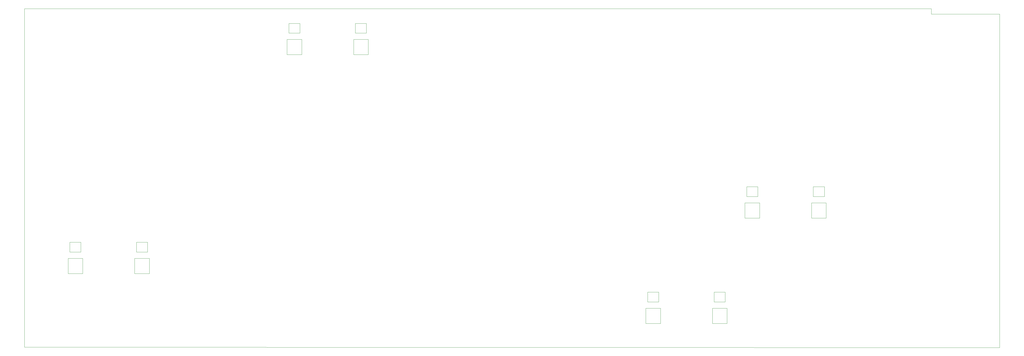
<source format=gbr>
%TF.GenerationSoftware,KiCad,Pcbnew,9.0.2*%
%TF.CreationDate,2025-06-27T22:30:48-07:00*%
%TF.ProjectId,Proj3,50726f6a-332e-46b6-9963-61645f706362,rev?*%
%TF.SameCoordinates,Original*%
%TF.FileFunction,Profile,NP*%
%FSLAX46Y46*%
G04 Gerber Fmt 4.6, Leading zero omitted, Abs format (unit mm)*
G04 Created by KiCad (PCBNEW 9.0.2) date 2025-06-27 22:30:48*
%MOMM*%
%LPD*%
G01*
G04 APERTURE LIST*
%TA.AperFunction,Profile*%
%ADD10C,0.050000*%
%TD*%
%TA.AperFunction,Profile*%
%ADD11C,0.120000*%
%TD*%
G04 APERTURE END LIST*
D10*
X440040000Y-197760000D02*
X440300000Y-197760000D01*
X440300000Y-318250000D02*
X440300000Y-197760000D01*
X88700000Y-318090000D02*
X440300000Y-318250000D01*
X88700000Y-195760000D02*
X88700000Y-318090000D01*
X415710000Y-195760000D02*
X88700000Y-195760000D01*
X415710000Y-197760000D02*
X415710000Y-195760000D01*
X440040000Y-197760000D02*
X415710000Y-197760000D01*
D11*
%TO.C,SW60*%
X104400000Y-286012000D02*
X104400000Y-291512000D01*
X104400000Y-286012000D02*
X109700000Y-286012000D01*
X104400000Y-291512000D02*
X109700000Y-291512000D01*
X105050000Y-280212000D02*
X105050000Y-283712000D01*
X105050000Y-280212000D02*
X109050000Y-280212000D01*
X105050000Y-283712000D02*
X109050000Y-283712000D01*
X109050000Y-283712000D02*
X109050000Y-280212000D01*
X109700000Y-291512000D02*
X109700000Y-286012000D01*
X128400000Y-286012000D02*
X128400000Y-291512000D01*
X128400000Y-286012000D02*
X133700000Y-286012000D01*
X128400000Y-291512000D02*
X133700000Y-291512000D01*
X129050000Y-280212000D02*
X129050000Y-283712000D01*
X129050000Y-280212000D02*
X133050000Y-280212000D01*
X129050000Y-283712000D02*
X133050000Y-283712000D01*
X133050000Y-283712000D02*
X133050000Y-280212000D01*
X133700000Y-291512000D02*
X133700000Y-286012000D01*
%TO.C,SW19*%
X348470000Y-265942000D02*
X348470000Y-271442000D01*
X348470000Y-265942000D02*
X353770000Y-265942000D01*
X348470000Y-271442000D02*
X353770000Y-271442000D01*
X349120000Y-260142000D02*
X349120000Y-263642000D01*
X349120000Y-260142000D02*
X353120000Y-260142000D01*
X349120000Y-263642000D02*
X353120000Y-263642000D01*
X353120000Y-263642000D02*
X353120000Y-260142000D01*
X353770000Y-271442000D02*
X353770000Y-265942000D01*
X372470000Y-265942000D02*
X372470000Y-271442000D01*
X372470000Y-265942000D02*
X377770000Y-265942000D01*
X372470000Y-271442000D02*
X377770000Y-271442000D01*
X373120000Y-260142000D02*
X373120000Y-263642000D01*
X373120000Y-260142000D02*
X377120000Y-260142000D01*
X373120000Y-263642000D02*
X377120000Y-263642000D01*
X377120000Y-263642000D02*
X377120000Y-260142000D01*
X377770000Y-271442000D02*
X377770000Y-265942000D01*
%TO.C,SW3*%
X312720000Y-304052000D02*
X312720000Y-309552000D01*
X312720000Y-304052000D02*
X318020000Y-304052000D01*
X312720000Y-309552000D02*
X318020000Y-309552000D01*
X313370000Y-298252000D02*
X313370000Y-301752000D01*
X313370000Y-298252000D02*
X317370000Y-298252000D01*
X313370000Y-301752000D02*
X317370000Y-301752000D01*
X317370000Y-301752000D02*
X317370000Y-298252000D01*
X318020000Y-309552000D02*
X318020000Y-304052000D01*
X336720000Y-304052000D02*
X336720000Y-309552000D01*
X336720000Y-304052000D02*
X342020000Y-304052000D01*
X336720000Y-309552000D02*
X342020000Y-309552000D01*
X337370000Y-298252000D02*
X337370000Y-301752000D01*
X337370000Y-298252000D02*
X341370000Y-298252000D01*
X337370000Y-301752000D02*
X341370000Y-301752000D01*
X341370000Y-301752000D02*
X341370000Y-298252000D01*
X342020000Y-309552000D02*
X342020000Y-304052000D01*
%TO.C,SW68*%
X183350000Y-206892000D02*
X183350000Y-212392000D01*
X183350000Y-206892000D02*
X188650000Y-206892000D01*
X183350000Y-212392000D02*
X188650000Y-212392000D01*
X184000000Y-201092000D02*
X184000000Y-204592000D01*
X184000000Y-201092000D02*
X188000000Y-201092000D01*
X184000000Y-204592000D02*
X188000000Y-204592000D01*
X188000000Y-204592000D02*
X188000000Y-201092000D01*
X188650000Y-212392000D02*
X188650000Y-206892000D01*
X207350000Y-206892000D02*
X207350000Y-212392000D01*
X207350000Y-206892000D02*
X212650000Y-206892000D01*
X207350000Y-212392000D02*
X212650000Y-212392000D01*
X208000000Y-201092000D02*
X208000000Y-204592000D01*
X208000000Y-201092000D02*
X212000000Y-201092000D01*
X208000000Y-204592000D02*
X212000000Y-204592000D01*
X212000000Y-204592000D02*
X212000000Y-201092000D01*
X212650000Y-212392000D02*
X212650000Y-206892000D01*
%TD*%
M02*

</source>
